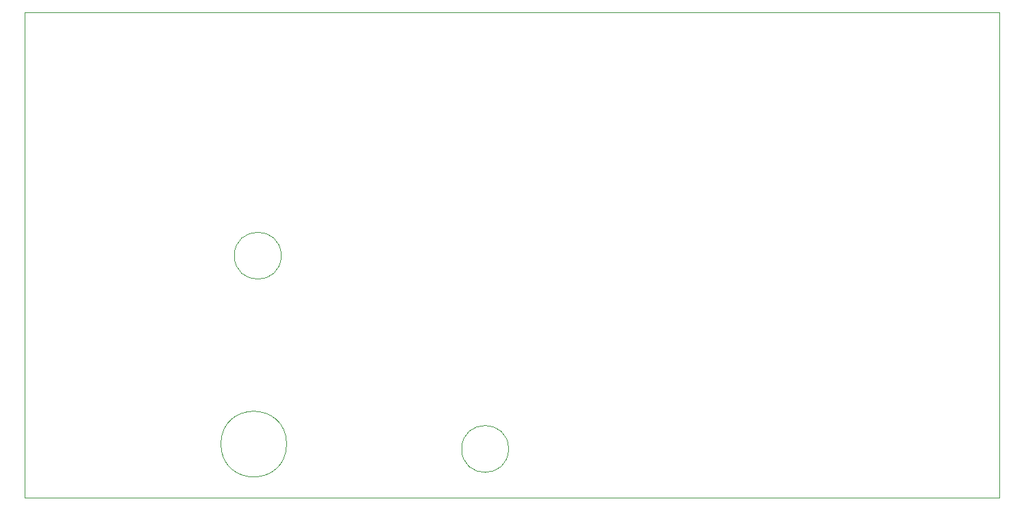
<source format=gbr>
%TF.GenerationSoftware,KiCad,Pcbnew,7.0.9*%
%TF.CreationDate,2024-06-30T00:15:25-04:00*%
%TF.ProjectId,Loop Board 3 Jackless Input,4c6f6f70-2042-46f6-9172-642033204a61,rev?*%
%TF.SameCoordinates,Original*%
%TF.FileFunction,Profile,NP*%
%FSLAX46Y46*%
G04 Gerber Fmt 4.6, Leading zero omitted, Abs format (unit mm)*
G04 Created by KiCad (PCBNEW 7.0.9) date 2024-06-30 00:15:25*
%MOMM*%
%LPD*%
G01*
G04 APERTURE LIST*
%TA.AperFunction,Profile*%
%ADD10C,0.100000*%
%TD*%
G04 APERTURE END LIST*
D10*
X180800000Y-92000000D02*
G75*
G03*
X180800000Y-92000000I-2900000J0D01*
G01*
X152700000Y-68100000D02*
G75*
G03*
X152700000Y-68100000I-2900000J0D01*
G01*
X153360788Y-91400000D02*
G75*
G03*
X153360788Y-91400000I-4060788J0D01*
G01*
X121000000Y-38000000D02*
X241500000Y-38000000D01*
X241500000Y-98000000D01*
X121000000Y-98000000D01*
X121000000Y-38000000D01*
M02*

</source>
